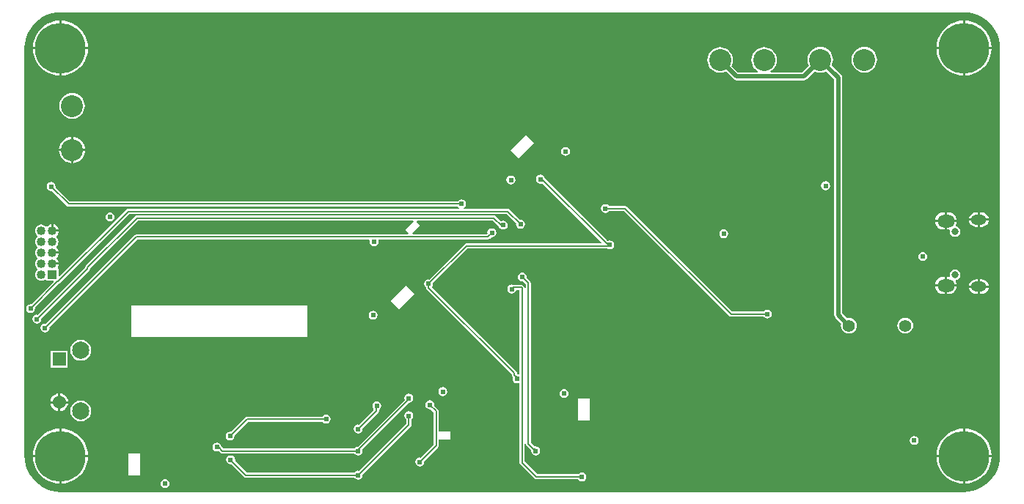
<source format=gbl>
G04*
G04 #@! TF.GenerationSoftware,Altium Limited,Altium Designer,22.9.1 (49)*
G04*
G04 Layer_Physical_Order=4*
G04 Layer_Color=16711680*
%FSLAX44Y44*%
%MOMM*%
G71*
G04*
G04 #@! TF.SameCoordinates,A2259558-2793-4ACD-BA26-FD92625B8348*
G04*
G04*
G04 #@! TF.FilePolarity,Positive*
G04*
G01*
G75*
%ADD102C,1.9954*%
%ADD103C,1.5406*%
%ADD104R,1.5406X1.5406*%
%ADD107C,0.1724*%
%ADD112C,0.5080*%
%ADD113C,5.8420*%
%ADD114C,1.4080*%
%ADD115C,2.5400*%
%ADD116C,1.0160*%
%ADD117R,1.0160X1.0160*%
%ADD118O,2.0000X1.4500*%
%ADD119O,1.8000X1.1500*%
%ADD120C,0.8000*%
%ADD121C,0.6096*%
%ADD122C,1.2700*%
G36*
X1097732Y562719D02*
X1103169Y561638D01*
X1108419Y559856D01*
X1113391Y557404D01*
X1118000Y554324D01*
X1122168Y550668D01*
X1125824Y546500D01*
X1128904Y541891D01*
X1131356Y536919D01*
X1133138Y531669D01*
X1134219Y526232D01*
X1134500Y521951D01*
X1134546Y520700D01*
X1134546Y520700D01*
X1134546Y519452D01*
X1134546Y50800D01*
X1134546Y50800D01*
X1134546D01*
X1134500Y49549D01*
X1134219Y45268D01*
X1133138Y39831D01*
X1131356Y34581D01*
X1128904Y29609D01*
X1125824Y25000D01*
X1122168Y20832D01*
X1118000Y17176D01*
X1113391Y14096D01*
X1108419Y11644D01*
X1103169Y9862D01*
X1097732Y8781D01*
X1092383Y8430D01*
X1092200Y8454D01*
X52058D01*
X52048Y8454D01*
X50800Y8454D01*
X49549Y8500D01*
X45268Y8781D01*
X39831Y9862D01*
X34581Y11644D01*
X29609Y14096D01*
X25000Y17176D01*
X20832Y20832D01*
X17176Y25000D01*
X14096Y29609D01*
X11644Y34581D01*
X9862Y39831D01*
X8781Y45268D01*
X8430Y50617D01*
X8454Y50800D01*
Y519442D01*
X8454Y519452D01*
X8454Y520700D01*
X8500Y521951D01*
X8781Y526232D01*
X9862Y531669D01*
X11644Y536919D01*
X14096Y541891D01*
X17176Y546500D01*
X20832Y550668D01*
X25000Y554324D01*
X29609Y557404D01*
X34581Y559856D01*
X39831Y561638D01*
X45268Y562719D01*
X50617Y563070D01*
X50800Y563046D01*
X1092200D01*
X1092383Y563070D01*
X1097732Y562719D01*
D02*
G37*
%LPC*%
G36*
X1094270Y553248D02*
Y522770D01*
X1124748D01*
X1124456Y526482D01*
X1123289Y531342D01*
X1121377Y535959D01*
X1118766Y540220D01*
X1115520Y544020D01*
X1111720Y547266D01*
X1107459Y549877D01*
X1102842Y551789D01*
X1097982Y552956D01*
X1094270Y553248D01*
D02*
G37*
G36*
X1091730D02*
X1088018Y552956D01*
X1083158Y551789D01*
X1078541Y549877D01*
X1074280Y547266D01*
X1070480Y544020D01*
X1067234Y540220D01*
X1064623Y535959D01*
X1062711Y531342D01*
X1061544Y526482D01*
X1061252Y522770D01*
X1091730D01*
Y553248D01*
D02*
G37*
G36*
X51270D02*
Y522770D01*
X81748D01*
X81456Y526482D01*
X80289Y531342D01*
X78377Y535959D01*
X75766Y540220D01*
X72520Y544020D01*
X68720Y547266D01*
X64459Y549877D01*
X59842Y551789D01*
X54982Y552956D01*
X51270Y553248D01*
D02*
G37*
G36*
X48730D02*
X45018Y552956D01*
X40158Y551789D01*
X35541Y549877D01*
X31280Y547266D01*
X27480Y544020D01*
X24234Y540220D01*
X21623Y535959D01*
X19711Y531342D01*
X18544Y526482D01*
X18252Y522770D01*
X48730D01*
Y553248D01*
D02*
G37*
G36*
X927100Y522803D02*
X924212Y522519D01*
X921435Y521676D01*
X918876Y520308D01*
X916633Y518467D01*
X914791Y516224D01*
X913423Y513665D01*
X912581Y510888D01*
X912297Y508000D01*
X912581Y505112D01*
X913423Y502335D01*
X913918Y501410D01*
X906169Y493662D01*
X869926D01*
X869608Y494932D01*
X870554Y495438D01*
X872797Y497279D01*
X874639Y499522D01*
X876006Y502081D01*
X876849Y504858D01*
X877133Y507746D01*
X876849Y510634D01*
X876006Y513411D01*
X874639Y515970D01*
X872797Y518214D01*
X870554Y520055D01*
X867995Y521423D01*
X865218Y522265D01*
X862330Y522549D01*
X859442Y522265D01*
X856665Y521423D01*
X854106Y520055D01*
X851862Y518214D01*
X850022Y515970D01*
X848653Y513411D01*
X847811Y510634D01*
X847527Y507746D01*
X847811Y504858D01*
X848653Y502081D01*
X850022Y499522D01*
X851862Y497279D01*
X854106Y495438D01*
X855052Y494932D01*
X854734Y493662D01*
X832207D01*
X824712Y501156D01*
X825207Y502081D01*
X826049Y504858D01*
X826333Y507746D01*
X826049Y510634D01*
X825207Y513411D01*
X823839Y515970D01*
X821998Y518214D01*
X819754Y520055D01*
X817195Y521423D01*
X814418Y522265D01*
X811530Y522549D01*
X808642Y522265D01*
X805865Y521423D01*
X803306Y520055D01*
X801062Y518214D01*
X799221Y515970D01*
X797853Y513411D01*
X797011Y510634D01*
X796727Y507746D01*
X797011Y504858D01*
X797853Y502081D01*
X799221Y499522D01*
X801062Y497279D01*
X803306Y495438D01*
X805865Y494070D01*
X808642Y493227D01*
X811530Y492943D01*
X814418Y493227D01*
X817195Y494070D01*
X818120Y494564D01*
X826980Y485704D01*
X828492Y484693D01*
X830276Y484338D01*
X908100D01*
X909884Y484693D01*
X911396Y485704D01*
X920510Y494818D01*
X921435Y494324D01*
X924212Y493481D01*
X927100Y493197D01*
X929988Y493481D01*
X932765Y494324D01*
X933690Y494818D01*
X943338Y485169D01*
Y212780D01*
X943693Y210996D01*
X944704Y209484D01*
X951267Y202920D01*
X950970Y200660D01*
X951282Y198292D01*
X952196Y196085D01*
X953650Y194190D01*
X955545Y192736D01*
X957752Y191821D01*
X960120Y191510D01*
X962488Y191821D01*
X964695Y192736D01*
X966590Y194190D01*
X968044Y196085D01*
X968959Y198292D01*
X969270Y200660D01*
X968959Y203028D01*
X968044Y205235D01*
X966590Y207130D01*
X964695Y208584D01*
X962488Y209499D01*
X960120Y209810D01*
X957860Y209513D01*
X952662Y214711D01*
Y487100D01*
X952307Y488884D01*
X951296Y490396D01*
X940282Y501410D01*
X940777Y502335D01*
X941619Y505112D01*
X941903Y508000D01*
X941619Y510888D01*
X940777Y513665D01*
X939408Y516224D01*
X937568Y518467D01*
X935324Y520308D01*
X932765Y521676D01*
X929988Y522519D01*
X927100Y522803D01*
D02*
G37*
G36*
X977900D02*
X975012Y522519D01*
X972235Y521676D01*
X969676Y520308D01*
X967432Y518467D01*
X965592Y516224D01*
X964223Y513665D01*
X963381Y510888D01*
X963097Y508000D01*
X963381Y505112D01*
X964223Y502335D01*
X965592Y499776D01*
X967432Y497533D01*
X969676Y495691D01*
X972235Y494324D01*
X975012Y493481D01*
X977900Y493197D01*
X980788Y493481D01*
X983565Y494324D01*
X986124Y495691D01*
X988367Y497533D01*
X990209Y499776D01*
X991577Y502335D01*
X992419Y505112D01*
X992703Y508000D01*
X992419Y510888D01*
X991577Y513665D01*
X990209Y516224D01*
X988367Y518467D01*
X986124Y520308D01*
X983565Y521676D01*
X980788Y522519D01*
X977900Y522803D01*
D02*
G37*
G36*
X1124748Y520230D02*
X1094270D01*
Y489752D01*
X1097982Y490044D01*
X1102842Y491211D01*
X1107459Y493123D01*
X1111720Y495734D01*
X1115520Y498980D01*
X1118766Y502780D01*
X1121377Y507041D01*
X1123289Y511658D01*
X1124456Y516518D01*
X1124748Y520230D01*
D02*
G37*
G36*
X1091730D02*
X1061252D01*
X1061544Y516518D01*
X1062711Y511658D01*
X1064623Y507041D01*
X1067234Y502780D01*
X1070480Y498980D01*
X1074280Y495734D01*
X1078541Y493123D01*
X1083158Y491211D01*
X1088018Y490044D01*
X1091730Y489752D01*
Y520230D01*
D02*
G37*
G36*
X81748D02*
X51270D01*
Y489752D01*
X54982Y490044D01*
X59842Y491211D01*
X64459Y493123D01*
X68720Y495734D01*
X72520Y498980D01*
X75766Y502780D01*
X78377Y507041D01*
X80289Y511658D01*
X81456Y516518D01*
X81748Y520230D01*
D02*
G37*
G36*
X48730D02*
X18252D01*
X18544Y516518D01*
X19711Y511658D01*
X21623Y507041D01*
X24234Y502780D01*
X27480Y498980D01*
X31280Y495734D01*
X35541Y493123D01*
X40158Y491211D01*
X45018Y490044D01*
X48730Y489752D01*
Y520230D01*
D02*
G37*
G36*
X63500Y469463D02*
X60612Y469179D01*
X57835Y468336D01*
X55276Y466968D01*
X53032Y465127D01*
X51192Y462884D01*
X49823Y460325D01*
X48981Y457548D01*
X48697Y454660D01*
X48981Y451772D01*
X49823Y448995D01*
X51192Y446436D01*
X53032Y444193D01*
X55276Y442351D01*
X57835Y440984D01*
X60612Y440141D01*
X63500Y439857D01*
X66388Y440141D01*
X69165Y440984D01*
X71724Y442351D01*
X73967Y444193D01*
X75809Y446436D01*
X77176Y448995D01*
X78019Y451772D01*
X78303Y454660D01*
X78019Y457548D01*
X77176Y460325D01*
X75809Y462884D01*
X73967Y465127D01*
X71724Y466968D01*
X69165Y468336D01*
X66388Y469179D01*
X63500Y469463D01*
D02*
G37*
G36*
X64770Y419049D02*
Y405130D01*
X78689D01*
X78520Y406848D01*
X77648Y409720D01*
X76233Y412368D01*
X74328Y414688D01*
X72008Y416593D01*
X69360Y418008D01*
X66488Y418880D01*
X64770Y419049D01*
D02*
G37*
G36*
X62230D02*
X60512Y418880D01*
X57640Y418008D01*
X54992Y416593D01*
X52671Y414688D01*
X50767Y412368D01*
X49352Y409720D01*
X48481Y406848D01*
X48311Y405130D01*
X62230D01*
Y419049D01*
D02*
G37*
G36*
X633000Y407179D02*
X631018Y406785D01*
X629338Y405662D01*
X628215Y403982D01*
X627821Y402000D01*
X628215Y400018D01*
X629338Y398338D01*
X631018Y397215D01*
X633000Y396820D01*
X634982Y397215D01*
X636662Y398338D01*
X637785Y400018D01*
X638180Y402000D01*
X637785Y403982D01*
X636662Y405662D01*
X634982Y406785D01*
X633000Y407179D01*
D02*
G37*
G36*
X587453Y421045D02*
X569493Y403085D01*
X578832Y393745D01*
X596793Y411706D01*
X587453Y421045D01*
D02*
G37*
G36*
X78689Y402590D02*
X64770D01*
Y388671D01*
X66488Y388840D01*
X69360Y389712D01*
X72008Y391127D01*
X74328Y393032D01*
X76233Y395352D01*
X77648Y398000D01*
X78520Y400872D01*
X78689Y402590D01*
D02*
G37*
G36*
X62230D02*
X48311D01*
X48481Y400872D01*
X49352Y398000D01*
X50767Y395352D01*
X52671Y393032D01*
X54992Y391127D01*
X57640Y389712D01*
X60512Y388840D01*
X62230Y388671D01*
Y402590D01*
D02*
G37*
G36*
X570000Y374179D02*
X568018Y373785D01*
X566338Y372663D01*
X565215Y370982D01*
X564821Y369000D01*
X565215Y367018D01*
X566338Y365337D01*
X568018Y364215D01*
X570000Y363820D01*
X571982Y364215D01*
X573662Y365337D01*
X574785Y367018D01*
X575179Y369000D01*
X574785Y370982D01*
X573662Y372663D01*
X571982Y373785D01*
X570000Y374179D01*
D02*
G37*
G36*
X933201Y367579D02*
X931218Y367185D01*
X929538Y366062D01*
X928415Y364382D01*
X928021Y362399D01*
X928415Y360417D01*
X929538Y358737D01*
X931218Y357614D01*
X933201Y357220D01*
X935183Y357614D01*
X936863Y358737D01*
X937986Y360417D01*
X938380Y362399D01*
X937986Y364382D01*
X936863Y366062D01*
X935183Y367185D01*
X933201Y367579D01*
D02*
G37*
G36*
X550392Y328070D02*
X550392Y328070D01*
X138430D01*
X138430Y328070D01*
X137301Y327846D01*
X136344Y327206D01*
X136344Y327206D01*
X78977Y269840D01*
X78337Y268882D01*
X78113Y267753D01*
X78113Y267753D01*
Y267705D01*
X23700Y213293D01*
X22860Y213459D01*
X20878Y213065D01*
X19197Y211943D01*
X18075Y210262D01*
X17680Y208280D01*
X18075Y206298D01*
X19197Y204618D01*
X20878Y203495D01*
X22860Y203100D01*
X24842Y203495D01*
X26523Y204618D01*
X27645Y206298D01*
X28040Y208280D01*
X27873Y209120D01*
X83150Y264397D01*
X83150Y264397D01*
X83789Y265354D01*
X84014Y266483D01*
X84014Y266483D01*
Y266531D01*
X139652Y322169D01*
X457195D01*
X457681Y320996D01*
X448078Y311394D01*
X451818Y307654D01*
X451332Y306481D01*
X137833D01*
X136704Y306256D01*
X135746Y305616D01*
X135746Y305616D01*
X33175Y203045D01*
X32335Y203212D01*
X30353Y202817D01*
X28672Y201695D01*
X27550Y200014D01*
X27155Y198032D01*
X27550Y196050D01*
X28672Y194370D01*
X30353Y193247D01*
X32335Y192853D01*
X34317Y193247D01*
X35997Y194370D01*
X37120Y196050D01*
X37514Y198032D01*
X37347Y198872D01*
X139055Y300579D01*
X406478D01*
X407163Y299310D01*
X406820Y297588D01*
X407215Y295606D01*
X408338Y293926D01*
X410018Y292803D01*
X412000Y292409D01*
X413982Y292803D01*
X415662Y293926D01*
X416785Y295606D01*
X417179Y297588D01*
X416837Y299310D01*
X417522Y300579D01*
X543530D01*
X543530Y300579D01*
X544659Y300804D01*
X545616Y301444D01*
X547160Y302987D01*
X548000Y302820D01*
X549982Y303215D01*
X551662Y304338D01*
X552785Y306018D01*
X553180Y308000D01*
X552785Y309982D01*
X551662Y311663D01*
X549982Y312785D01*
X548000Y313179D01*
X546018Y312785D01*
X544338Y311663D01*
X543215Y309982D01*
X542821Y308000D01*
X542921Y307497D01*
X542030Y306481D01*
X456987D01*
X456501Y307654D01*
X465467Y316620D01*
X461201Y320900D01*
X461728Y322169D01*
X549169D01*
X556175Y315164D01*
X556224Y314915D01*
X557347Y313235D01*
X559027Y312112D01*
X561009Y311718D01*
X562992Y312112D01*
X564672Y313235D01*
X565795Y314915D01*
X566189Y316897D01*
X565795Y318879D01*
X564672Y320560D01*
X562992Y321682D01*
X561009Y322077D01*
X559027Y321682D01*
X558413Y321272D01*
X552478Y327206D01*
X551521Y327846D01*
X551333Y327883D01*
X550392Y328070D01*
D02*
G37*
G36*
X1113340Y331591D02*
X1111360D01*
Y324500D01*
X1121534D01*
X1121417Y325394D01*
X1120581Y327411D01*
X1119252Y329142D01*
X1117521Y330471D01*
X1115504Y331307D01*
X1113340Y331591D01*
D02*
G37*
G36*
X1108820D02*
X1106840D01*
X1104676Y331307D01*
X1102659Y330471D01*
X1100928Y329142D01*
X1099599Y327411D01*
X1098763Y325394D01*
X1098646Y324500D01*
X1108820D01*
Y331591D01*
D02*
G37*
G36*
X1074840Y331604D02*
X1073360D01*
Y323000D01*
X1084547D01*
X1084378Y324286D01*
X1083392Y326667D01*
X1081822Y328712D01*
X1079777Y330281D01*
X1077396Y331268D01*
X1074840Y331604D01*
D02*
G37*
G36*
X1070820D02*
X1069340D01*
X1066784Y331268D01*
X1064403Y330281D01*
X1062358Y328712D01*
X1060788Y326667D01*
X1059802Y324286D01*
X1059633Y323000D01*
X1070820D01*
Y331604D01*
D02*
G37*
G36*
X107263Y331666D02*
X105281Y331272D01*
X103601Y330149D01*
X102478Y328469D01*
X102084Y326487D01*
X102478Y324504D01*
X103601Y322824D01*
X105281Y321701D01*
X107263Y321307D01*
X109246Y321701D01*
X110926Y322824D01*
X112049Y324504D01*
X112443Y326487D01*
X112049Y328469D01*
X110926Y330149D01*
X109246Y331272D01*
X107263Y331666D01*
D02*
G37*
G36*
X1121534Y321960D02*
X1111360D01*
Y314869D01*
X1113340D01*
X1115504Y315153D01*
X1117521Y315989D01*
X1119252Y317318D01*
X1120581Y319049D01*
X1121417Y321066D01*
X1121534Y321960D01*
D02*
G37*
G36*
X1108820D02*
X1098646D01*
X1098763Y321066D01*
X1099599Y319049D01*
X1100928Y317318D01*
X1102659Y315989D01*
X1104676Y315153D01*
X1106840Y314869D01*
X1108820D01*
Y321960D01*
D02*
G37*
G36*
X39250Y366679D02*
X37268Y366285D01*
X35587Y365163D01*
X34465Y363482D01*
X34070Y361500D01*
X34465Y359518D01*
X35587Y357837D01*
X37268Y356715D01*
X39250Y356320D01*
X40090Y356488D01*
X57359Y339218D01*
X57359Y339218D01*
X58317Y338578D01*
X59446Y338354D01*
X508862D01*
X509338Y337642D01*
X510357Y336960D01*
X509972Y335690D01*
X128044D01*
X126915Y335466D01*
X125958Y334826D01*
X125958Y334826D01*
X48925Y257794D01*
X47752Y258280D01*
Y266700D01*
X47558D01*
X46932Y267970D01*
X47296Y268445D01*
X48064Y270299D01*
X48159Y271018D01*
X40640D01*
Y273558D01*
X48159D01*
X48064Y274277D01*
X47296Y276131D01*
X46075Y277723D01*
X45709Y278003D01*
Y279273D01*
X46075Y279553D01*
X47296Y281145D01*
X48064Y282999D01*
X48159Y283718D01*
X40640D01*
Y286258D01*
X48159D01*
X48064Y286977D01*
X47296Y288831D01*
X46075Y290423D01*
X45508Y290858D01*
Y292459D01*
X45712Y292616D01*
X46852Y294101D01*
X47569Y295831D01*
X47813Y297688D01*
X47569Y299545D01*
X46852Y301275D01*
X45712Y302760D01*
X45508Y302917D01*
Y304518D01*
X46075Y304953D01*
X47296Y306545D01*
X48064Y308399D01*
X48159Y309118D01*
X40640D01*
Y310388D01*
X39370D01*
Y317907D01*
X38651Y317812D01*
X36797Y317044D01*
X35205Y315823D01*
X34770Y315256D01*
X33169D01*
X33012Y315460D01*
X31527Y316600D01*
X29797Y317317D01*
X27940Y317561D01*
X26083Y317317D01*
X24353Y316600D01*
X22868Y315460D01*
X21728Y313975D01*
X21011Y312245D01*
X20767Y310388D01*
X21011Y308531D01*
X21728Y306801D01*
X22868Y305316D01*
X23490Y304838D01*
Y303238D01*
X22868Y302760D01*
X21728Y301275D01*
X21011Y299545D01*
X20767Y297688D01*
X21011Y295831D01*
X21728Y294101D01*
X22868Y292616D01*
X23490Y292138D01*
Y290538D01*
X22868Y290060D01*
X21728Y288575D01*
X21011Y286845D01*
X20767Y284988D01*
X21011Y283131D01*
X21728Y281401D01*
X22868Y279916D01*
X23490Y279438D01*
Y277838D01*
X22868Y277360D01*
X21728Y275875D01*
X21011Y274145D01*
X20767Y272288D01*
X21011Y270431D01*
X21728Y268701D01*
X22868Y267216D01*
X23490Y266738D01*
Y265138D01*
X22868Y264660D01*
X21728Y263175D01*
X21011Y261445D01*
X20767Y259588D01*
X21011Y257731D01*
X21728Y256001D01*
X22868Y254516D01*
X24353Y253376D01*
X26083Y252659D01*
X27940Y252415D01*
X29797Y252659D01*
X31527Y253376D01*
X32258Y253937D01*
X33528Y253311D01*
Y252476D01*
X41757D01*
X42243Y251303D01*
X16375Y225435D01*
X15535Y225602D01*
X13553Y225207D01*
X11872Y224085D01*
X10749Y222404D01*
X10355Y220422D01*
X10749Y218440D01*
X11872Y216760D01*
X13553Y215637D01*
X15535Y215243D01*
X17517Y215637D01*
X19197Y216760D01*
X20320Y218440D01*
X20714Y220422D01*
X20547Y221262D01*
X48427Y249142D01*
X49005Y249528D01*
X129267Y329790D01*
X565038D01*
X575988Y318840D01*
X575821Y318000D01*
X576215Y316018D01*
X577337Y314338D01*
X579018Y313215D01*
X581000Y312820D01*
X582982Y313215D01*
X584663Y314338D01*
X585785Y316018D01*
X586180Y318000D01*
X585785Y319982D01*
X584663Y321662D01*
X582982Y322785D01*
X581000Y323180D01*
X580160Y323012D01*
X568346Y334826D01*
X567389Y335466D01*
X566260Y335690D01*
X566260Y335690D01*
X516028D01*
X515643Y336960D01*
X516662Y337642D01*
X517785Y339322D01*
X518180Y341304D01*
X517785Y343286D01*
X516662Y344967D01*
X514982Y346090D01*
X513000Y346484D01*
X511018Y346090D01*
X509338Y344967D01*
X508862Y344255D01*
X60668D01*
X44262Y360660D01*
X44429Y361500D01*
X44035Y363482D01*
X42913Y365163D01*
X41232Y366285D01*
X39250Y366679D01*
D02*
G37*
G36*
X1070820Y320460D02*
X1059633D01*
X1059802Y319174D01*
X1060788Y316793D01*
X1062358Y314748D01*
X1064403Y313178D01*
X1066784Y312192D01*
X1069340Y311856D01*
X1070820D01*
Y320460D01*
D02*
G37*
G36*
X41910Y317907D02*
Y311658D01*
X48159D01*
X48064Y312377D01*
X47296Y314231D01*
X46075Y315823D01*
X44483Y317044D01*
X42629Y317812D01*
X41910Y317907D01*
D02*
G37*
G36*
X1084547Y320460D02*
X1073360D01*
Y311856D01*
X1074840D01*
X1075638Y311961D01*
X1076706Y310820D01*
X1076440Y309480D01*
X1076908Y307126D01*
X1078241Y305131D01*
X1080236Y303798D01*
X1082590Y303330D01*
X1084944Y303798D01*
X1086939Y305131D01*
X1088272Y307126D01*
X1088740Y309480D01*
X1088272Y311834D01*
X1086939Y313829D01*
X1084944Y315162D01*
X1083900Y315369D01*
X1083373Y316769D01*
X1083392Y316793D01*
X1084378Y319174D01*
X1084547Y320460D01*
D02*
G37*
G36*
X815750Y312180D02*
X813768Y311785D01*
X812087Y310662D01*
X810965Y308982D01*
X810571Y307000D01*
X810965Y305018D01*
X812087Y303337D01*
X813768Y302215D01*
X815750Y301821D01*
X817732Y302215D01*
X819413Y303337D01*
X820535Y305018D01*
X820929Y307000D01*
X820535Y308982D01*
X819413Y310662D01*
X817732Y311785D01*
X815750Y312180D01*
D02*
G37*
G36*
X604000Y375179D02*
X602018Y374785D01*
X600337Y373662D01*
X599215Y371982D01*
X598820Y370000D01*
X599215Y368018D01*
X600337Y366338D01*
X602018Y365215D01*
X604000Y364821D01*
X605982Y365215D01*
X606360Y365467D01*
X674704Y297124D01*
X674218Y295951D01*
X519000D01*
X519000Y295951D01*
X517871Y295726D01*
X516914Y295086D01*
X516914Y295086D01*
X475840Y254013D01*
X475000Y254179D01*
X473018Y253785D01*
X471338Y252663D01*
X470215Y250982D01*
X469821Y249000D01*
X470215Y247018D01*
X471338Y245338D01*
X472187Y244770D01*
Y244618D01*
X472187Y244618D01*
X472412Y243489D01*
X473052Y242532D01*
X571090Y144493D01*
Y143512D01*
X571090Y143512D01*
X571315Y142383D01*
X571954Y141426D01*
X572124Y141256D01*
X571761Y139429D01*
X572155Y137447D01*
X573278Y135767D01*
X574958Y134644D01*
X576940Y134250D01*
X578661Y134592D01*
X579931Y133907D01*
Y42368D01*
X579931Y42368D01*
X580156Y41239D01*
X580796Y40282D01*
X597164Y23914D01*
X597164Y23914D01*
X598121Y23274D01*
X599250Y23049D01*
X599250Y23049D01*
X647862D01*
X648337Y22338D01*
X650018Y21215D01*
X652000Y20821D01*
X653982Y21215D01*
X655663Y22338D01*
X656785Y24018D01*
X657179Y26000D01*
X656785Y27982D01*
X655663Y29662D01*
X653982Y30785D01*
X652000Y31179D01*
X650018Y30785D01*
X648337Y29662D01*
X647862Y28951D01*
X600472D01*
X585832Y43590D01*
Y64013D01*
X587102Y64138D01*
X587274Y63275D01*
X587914Y62318D01*
X593511Y56720D01*
X593344Y55880D01*
X593739Y53898D01*
X594861Y52217D01*
X596542Y51095D01*
X598524Y50700D01*
X600506Y51095D01*
X602186Y52217D01*
X603309Y53898D01*
X603703Y55880D01*
X603309Y57862D01*
X602186Y59542D01*
X600506Y60665D01*
X599877Y60790D01*
X599653Y60940D01*
X598524Y61165D01*
X597412D01*
X592951Y65626D01*
Y250000D01*
X592951Y250000D01*
X592726Y251129D01*
X592086Y252086D01*
X592086Y252086D01*
X588013Y256160D01*
X588180Y257000D01*
X587785Y258982D01*
X586662Y260662D01*
X584982Y261785D01*
X583000Y262180D01*
X581018Y261785D01*
X579338Y260662D01*
X578215Y258982D01*
X577821Y257000D01*
X578215Y255018D01*
X579338Y253337D01*
X581018Y252215D01*
X583000Y251821D01*
X583840Y251987D01*
X587049Y248778D01*
Y244499D01*
X585779Y244374D01*
X585608Y245238D01*
X584968Y246195D01*
X583959Y247204D01*
X583001Y247844D01*
X581872Y248069D01*
X581872Y248069D01*
X579535D01*
X579535Y248069D01*
X579445Y248051D01*
X573100D01*
X573100Y248051D01*
X572374Y247906D01*
X571000Y248179D01*
X569018Y247785D01*
X567337Y246663D01*
X566215Y244982D01*
X565821Y243000D01*
X566215Y241018D01*
X567337Y239338D01*
X569018Y238215D01*
X571000Y237820D01*
X572982Y238215D01*
X574663Y239338D01*
X575785Y241018D01*
X576010Y242150D01*
X579517D01*
X579518Y242150D01*
X579931Y240973D01*
Y144951D01*
X578661Y144266D01*
X577160Y144565D01*
X576991Y144734D01*
Y145715D01*
X576767Y146845D01*
X576127Y147802D01*
X576127Y147802D01*
X478656Y245273D01*
X478662Y245338D01*
X479785Y247018D01*
X480179Y249000D01*
X480013Y249840D01*
X520222Y290049D01*
X680769D01*
X682018Y289215D01*
X684000Y288820D01*
X685982Y289215D01*
X687663Y290338D01*
X688785Y292018D01*
X689180Y294000D01*
X688785Y295982D01*
X687663Y297663D01*
X685982Y298785D01*
X684000Y299179D01*
X682018Y298785D01*
X681640Y298533D01*
X608933Y371240D01*
X608785Y371982D01*
X607663Y373662D01*
X605982Y374785D01*
X604000Y375179D01*
D02*
G37*
G36*
X1045250Y286012D02*
X1043268Y285618D01*
X1041588Y284495D01*
X1040465Y282815D01*
X1040070Y280833D01*
X1040465Y278851D01*
X1041588Y277170D01*
X1043268Y276048D01*
X1045250Y275653D01*
X1047232Y276048D01*
X1048913Y277170D01*
X1050035Y278851D01*
X1050430Y280833D01*
X1050035Y282815D01*
X1048913Y284495D01*
X1047232Y285618D01*
X1045250Y286012D01*
D02*
G37*
G36*
X1082590Y265630D02*
X1080236Y265162D01*
X1078241Y263829D01*
X1076908Y261834D01*
X1076440Y259480D01*
X1076706Y258140D01*
X1075638Y256999D01*
X1074840Y257104D01*
X1073360D01*
Y248500D01*
X1084547D01*
X1084378Y249786D01*
X1083392Y252167D01*
X1083373Y252191D01*
X1083900Y253591D01*
X1084944Y253798D01*
X1086939Y255131D01*
X1088272Y257126D01*
X1088740Y259480D01*
X1088272Y261834D01*
X1086939Y263829D01*
X1084944Y265162D01*
X1082590Y265630D01*
D02*
G37*
G36*
X1070820Y257104D02*
X1069340D01*
X1066784Y256768D01*
X1064403Y255782D01*
X1062358Y254212D01*
X1060788Y252167D01*
X1059802Y249786D01*
X1059633Y248500D01*
X1070820D01*
Y257104D01*
D02*
G37*
G36*
X1113340Y254091D02*
X1111360D01*
Y247000D01*
X1121534D01*
X1121417Y247894D01*
X1120581Y249911D01*
X1119252Y251642D01*
X1117521Y252971D01*
X1115504Y253807D01*
X1113340Y254091D01*
D02*
G37*
G36*
X1108820D02*
X1106840D01*
X1104676Y253807D01*
X1102659Y252971D01*
X1100928Y251642D01*
X1099599Y249911D01*
X1098763Y247894D01*
X1098646Y247000D01*
X1108820D01*
Y254091D01*
D02*
G37*
G36*
X1121534Y244460D02*
X1111360D01*
Y237369D01*
X1113340D01*
X1115504Y237653D01*
X1117521Y238489D01*
X1119252Y239818D01*
X1120581Y241549D01*
X1121417Y243566D01*
X1121534Y244460D01*
D02*
G37*
G36*
X1108820D02*
X1098646D01*
X1098763Y243566D01*
X1099599Y241549D01*
X1100928Y239818D01*
X1102659Y238489D01*
X1104676Y237653D01*
X1106840Y237369D01*
X1108820D01*
Y244460D01*
D02*
G37*
G36*
X1084547Y245960D02*
X1073360D01*
Y237355D01*
X1074840D01*
X1077396Y237692D01*
X1079777Y238678D01*
X1081822Y240248D01*
X1083392Y242293D01*
X1084378Y244674D01*
X1084547Y245960D01*
D02*
G37*
G36*
X1070820D02*
X1059633D01*
X1059802Y244674D01*
X1060788Y242293D01*
X1062358Y240248D01*
X1064403Y238678D01*
X1066784Y237692D01*
X1069340Y237355D01*
X1070820D01*
Y245960D01*
D02*
G37*
G36*
X449066Y246654D02*
X431105Y228693D01*
X440445Y219354D01*
X458405Y237314D01*
X449066Y246654D01*
D02*
G37*
G36*
X679000Y341180D02*
X677018Y340785D01*
X675338Y339663D01*
X674215Y337982D01*
X673820Y336000D01*
X674215Y334018D01*
X675338Y332337D01*
X677018Y331215D01*
X679000Y330821D01*
X680982Y331215D01*
X682663Y332337D01*
X683138Y333050D01*
X700778D01*
X821914Y211914D01*
X821914Y211914D01*
X822871Y211274D01*
X824000Y211049D01*
X861862D01*
X862337Y210338D01*
X864018Y209215D01*
X866000Y208820D01*
X867982Y209215D01*
X869662Y210338D01*
X870785Y212018D01*
X871180Y214000D01*
X870785Y215982D01*
X869662Y217663D01*
X867982Y218785D01*
X866000Y219179D01*
X864018Y218785D01*
X862337Y217663D01*
X861862Y216950D01*
X825222D01*
X704086Y338086D01*
X703129Y338726D01*
X702000Y338951D01*
X702000Y338951D01*
X683138D01*
X682663Y339663D01*
X680982Y340785D01*
X679000Y341180D01*
D02*
G37*
G36*
X411000Y217929D02*
X409018Y217535D01*
X407337Y216413D01*
X406215Y214732D01*
X405821Y212750D01*
X406215Y210768D01*
X407337Y209088D01*
X409018Y207965D01*
X411000Y207570D01*
X412982Y207965D01*
X414663Y209088D01*
X415785Y210768D01*
X416180Y212750D01*
X415785Y214732D01*
X414663Y216413D01*
X412982Y217535D01*
X411000Y217929D01*
D02*
G37*
G36*
X1025120Y209810D02*
X1022752Y209499D01*
X1020545Y208584D01*
X1018650Y207130D01*
X1017196Y205235D01*
X1016282Y203028D01*
X1015970Y200660D01*
X1016282Y198292D01*
X1017196Y196085D01*
X1018650Y194190D01*
X1020545Y192736D01*
X1022752Y191821D01*
X1025120Y191510D01*
X1027488Y191821D01*
X1029695Y192736D01*
X1031590Y194190D01*
X1033044Y196085D01*
X1033959Y198292D01*
X1034270Y200660D01*
X1033959Y203028D01*
X1033044Y205235D01*
X1031590Y207130D01*
X1029695Y208584D01*
X1027488Y209499D01*
X1025120Y209810D01*
D02*
G37*
G36*
X335280Y223682D02*
X132080D01*
Y187960D01*
X335280D01*
Y223682D01*
D02*
G37*
G36*
X73533Y184325D02*
X70398Y183912D01*
X67477Y182702D01*
X64968Y180777D01*
X63043Y178268D01*
X61833Y175347D01*
X61420Y172212D01*
X61833Y169077D01*
X63043Y166156D01*
X64968Y163647D01*
X67477Y161722D01*
X70398Y160512D01*
X73533Y160099D01*
X76668Y160512D01*
X79589Y161722D01*
X82098Y163647D01*
X84023Y166156D01*
X85233Y169077D01*
X85646Y172212D01*
X85233Y175347D01*
X84023Y178268D01*
X82098Y180777D01*
X79589Y182702D01*
X76668Y183912D01*
X73533Y184325D01*
D02*
G37*
G36*
X58376Y171914D02*
X38906D01*
Y152444D01*
X58376D01*
Y171914D01*
D02*
G37*
G36*
X491490Y129640D02*
X489508Y129245D01*
X487827Y128123D01*
X486705Y126442D01*
X486311Y124460D01*
X486705Y122478D01*
X487827Y120798D01*
X489508Y119675D01*
X491490Y119281D01*
X493472Y119675D01*
X495153Y120798D01*
X496275Y122478D01*
X496670Y124460D01*
X496275Y126442D01*
X495153Y128123D01*
X493472Y129245D01*
X491490Y129640D01*
D02*
G37*
G36*
X631250Y127680D02*
X629268Y127285D01*
X627588Y126163D01*
X626465Y124482D01*
X626071Y122500D01*
X626465Y120518D01*
X627588Y118837D01*
X629268Y117715D01*
X631250Y117320D01*
X633232Y117715D01*
X634912Y118837D01*
X636035Y120518D01*
X636429Y122500D01*
X636035Y124482D01*
X634912Y126163D01*
X633232Y127285D01*
X631250Y127680D01*
D02*
G37*
G36*
X49911Y122305D02*
Y113411D01*
X58805D01*
X58620Y114815D01*
X57588Y117307D01*
X55946Y119446D01*
X53807Y121088D01*
X51315Y122120D01*
X49911Y122305D01*
D02*
G37*
G36*
X47371D02*
X45967Y122120D01*
X43475Y121088D01*
X41336Y119446D01*
X39694Y117307D01*
X38662Y114815D01*
X38477Y113411D01*
X47371D01*
Y122305D01*
D02*
G37*
G36*
X58805Y110871D02*
X49911D01*
Y101977D01*
X51315Y102162D01*
X53807Y103194D01*
X55946Y104836D01*
X57588Y106975D01*
X58620Y109467D01*
X58805Y110871D01*
D02*
G37*
G36*
X47371D02*
X38477D01*
X38662Y109467D01*
X39694Y106975D01*
X41336Y104836D01*
X43475Y103194D01*
X45967Y102162D01*
X47371Y101977D01*
Y110871D01*
D02*
G37*
G36*
X356870Y97889D02*
X354888Y97495D01*
X353208Y96372D01*
X352732Y95660D01*
X265534D01*
X265534Y95660D01*
X264405Y95436D01*
X263448Y94796D01*
X263448Y94796D01*
X246712Y78060D01*
X245872Y78228D01*
X243890Y77833D01*
X242209Y76711D01*
X241087Y75030D01*
X240693Y73048D01*
X241087Y71066D01*
X242209Y69385D01*
X243890Y68263D01*
X245872Y67868D01*
X247854Y68263D01*
X249534Y69385D01*
X250657Y71066D01*
X251052Y73048D01*
X250884Y73888D01*
X266756Y89760D01*
X352732D01*
X353208Y89047D01*
X354888Y87925D01*
X356870Y87530D01*
X358852Y87925D01*
X360532Y89047D01*
X361655Y90728D01*
X362049Y92710D01*
X361655Y94692D01*
X360532Y96372D01*
X358852Y97495D01*
X356870Y97889D01*
D02*
G37*
G36*
X660604Y116200D02*
X647396D01*
Y90800D01*
X660604D01*
Y116200D01*
D02*
G37*
G36*
X73533Y114221D02*
X70398Y113808D01*
X67477Y112598D01*
X64968Y110673D01*
X63043Y108164D01*
X61833Y105243D01*
X61420Y102108D01*
X61833Y98973D01*
X63043Y96052D01*
X64968Y93543D01*
X67477Y91618D01*
X70398Y90408D01*
X73533Y89995D01*
X76668Y90408D01*
X79589Y91618D01*
X82098Y93543D01*
X84023Y96052D01*
X85233Y98973D01*
X85646Y102108D01*
X85233Y105243D01*
X84023Y108164D01*
X82098Y110673D01*
X79589Y112598D01*
X76668Y113808D01*
X73533Y114221D01*
D02*
G37*
G36*
X415191Y113130D02*
X413208Y112735D01*
X411528Y111613D01*
X410405Y109932D01*
X410011Y107950D01*
X410405Y105968D01*
X411528Y104288D01*
X411269Y103022D01*
X394540Y86292D01*
X393700Y86460D01*
X391718Y86065D01*
X390037Y84943D01*
X388915Y83262D01*
X388521Y81280D01*
X388915Y79298D01*
X390037Y77618D01*
X391718Y76495D01*
X393700Y76101D01*
X395682Y76495D01*
X397363Y77618D01*
X398485Y79298D01*
X398880Y81280D01*
X398713Y82120D01*
X416823Y100230D01*
X416823Y100230D01*
X417463Y101188D01*
X417687Y102317D01*
Y103509D01*
X418853Y104288D01*
X419976Y105968D01*
X420370Y107950D01*
X419976Y109932D01*
X418853Y111613D01*
X417173Y112735D01*
X415191Y113130D01*
D02*
G37*
G36*
X1035500Y73179D02*
X1033518Y72785D01*
X1031837Y71663D01*
X1030715Y69982D01*
X1030321Y68000D01*
X1030715Y66018D01*
X1031837Y64338D01*
X1033518Y63215D01*
X1035500Y62821D01*
X1037482Y63215D01*
X1039163Y64338D01*
X1040285Y66018D01*
X1040679Y68000D01*
X1040285Y69982D01*
X1039163Y71663D01*
X1037482Y72785D01*
X1035500Y73179D01*
D02*
G37*
G36*
X452120Y122020D02*
X450138Y121625D01*
X448457Y120503D01*
X447335Y118822D01*
X446940Y116840D01*
X447318Y114941D01*
X393372Y60994D01*
X391718Y60665D01*
X390037Y59542D01*
X389562Y58830D01*
X238352D01*
X235557Y61625D01*
X235417Y62330D01*
X234294Y64011D01*
X232614Y65133D01*
X230632Y65528D01*
X228650Y65133D01*
X226970Y64011D01*
X225847Y62330D01*
X225452Y60348D01*
X225847Y58366D01*
X226970Y56686D01*
X228650Y55563D01*
X230632Y55168D01*
X232614Y55563D01*
X233010Y55827D01*
X235044Y53794D01*
X235044Y53794D01*
X236001Y53154D01*
X237130Y52930D01*
X237130Y52930D01*
X389562D01*
X390037Y52217D01*
X391718Y51095D01*
X393700Y50700D01*
X395682Y51095D01*
X397363Y52217D01*
X398485Y53898D01*
X398880Y55880D01*
X398502Y57779D01*
X452448Y111726D01*
X454102Y112055D01*
X455783Y113177D01*
X456905Y114858D01*
X457299Y116840D01*
X456905Y118822D01*
X455783Y120503D01*
X454102Y121625D01*
X452120Y122020D01*
D02*
G37*
G36*
X1094270Y81748D02*
Y51270D01*
X1124748D01*
X1124456Y54982D01*
X1123289Y59842D01*
X1121377Y64459D01*
X1118766Y68720D01*
X1115520Y72520D01*
X1111720Y75766D01*
X1107459Y78377D01*
X1102842Y80289D01*
X1097982Y81456D01*
X1094270Y81748D01*
D02*
G37*
G36*
X1091730D02*
X1088018Y81456D01*
X1083158Y80289D01*
X1078541Y78377D01*
X1074280Y75766D01*
X1070480Y72520D01*
X1067234Y68720D01*
X1064623Y64459D01*
X1062711Y59842D01*
X1061544Y54982D01*
X1061252Y51270D01*
X1091730D01*
Y81748D01*
D02*
G37*
G36*
X51270D02*
Y51270D01*
X81748D01*
X81456Y54982D01*
X80289Y59842D01*
X78377Y64459D01*
X75766Y68720D01*
X72520Y72520D01*
X68720Y75766D01*
X64459Y78377D01*
X59842Y80289D01*
X54982Y81456D01*
X51270Y81748D01*
D02*
G37*
G36*
X48730D02*
X45018Y81456D01*
X40158Y80289D01*
X35541Y78377D01*
X31280Y75766D01*
X27480Y72520D01*
X24234Y68720D01*
X21623Y64459D01*
X19711Y59842D01*
X18544Y54982D01*
X18252Y51270D01*
X48730D01*
Y81748D01*
D02*
G37*
G36*
X476378Y114399D02*
X474395Y114005D01*
X472715Y112882D01*
X471592Y111202D01*
X471198Y109220D01*
X471592Y107238D01*
X472715Y105557D01*
X474395Y104435D01*
X476378Y104040D01*
X477164Y104197D01*
X480919Y100442D01*
Y63452D01*
X465660Y48193D01*
X464820Y48359D01*
X462838Y47965D01*
X461157Y46842D01*
X460035Y45162D01*
X459641Y43180D01*
X460035Y41198D01*
X461157Y39518D01*
X462838Y38395D01*
X464820Y38001D01*
X466802Y38395D01*
X468483Y39518D01*
X469605Y41198D01*
X470000Y43180D01*
X469832Y44020D01*
X485956Y60144D01*
X485956Y60144D01*
X486596Y61101D01*
X486820Y62230D01*
X486820Y62230D01*
Y69360D01*
X499970D01*
Y77960D01*
X486820D01*
Y101664D01*
X486820Y101664D01*
X486596Y102793D01*
X485956Y103750D01*
X485956Y103750D01*
X481380Y108327D01*
X481557Y109220D01*
X481163Y111202D01*
X480040Y112882D01*
X478360Y114005D01*
X476378Y114399D01*
D02*
G37*
G36*
X452120Y101699D02*
X450138Y101305D01*
X448457Y100183D01*
X447335Y98502D01*
X446940Y96520D01*
X447335Y94538D01*
X448457Y92858D01*
X449170Y92382D01*
Y87582D01*
X394540Y32952D01*
X393700Y33119D01*
X391718Y32725D01*
X390037Y31602D01*
X389562Y30891D01*
X265382D01*
X251505Y44767D01*
X251672Y45607D01*
X251278Y47590D01*
X250155Y49270D01*
X248475Y50393D01*
X246493Y50787D01*
X244510Y50393D01*
X242830Y49270D01*
X241707Y47590D01*
X241313Y45607D01*
X241707Y43625D01*
X242830Y41945D01*
X244510Y40822D01*
X246493Y40428D01*
X247332Y40595D01*
X262074Y25854D01*
X262074Y25854D01*
X263031Y25214D01*
X264160Y24990D01*
X389562D01*
X390037Y24278D01*
X391718Y23155D01*
X393700Y22761D01*
X395682Y23155D01*
X397363Y24278D01*
X398485Y25958D01*
X398880Y27940D01*
X398713Y28780D01*
X454206Y84274D01*
X454206Y84274D01*
X454846Y85231D01*
X455070Y86360D01*
X455070Y86360D01*
Y92382D01*
X455783Y92858D01*
X456905Y94538D01*
X457299Y96520D01*
X456905Y98502D01*
X455783Y100183D01*
X454102Y101305D01*
X452120Y101699D01*
D02*
G37*
G36*
X141780Y53080D02*
X128572D01*
Y27680D01*
X141780D01*
Y53080D01*
D02*
G37*
G36*
X1124748Y48730D02*
X1094270D01*
Y18252D01*
X1097982Y18544D01*
X1102842Y19711D01*
X1107459Y21623D01*
X1111720Y24234D01*
X1115520Y27480D01*
X1118766Y31280D01*
X1121377Y35541D01*
X1123289Y40158D01*
X1124456Y45018D01*
X1124748Y48730D01*
D02*
G37*
G36*
X1091730D02*
X1061252D01*
X1061544Y45018D01*
X1062711Y40158D01*
X1064623Y35541D01*
X1067234Y31280D01*
X1070480Y27480D01*
X1074280Y24234D01*
X1078541Y21623D01*
X1083158Y19711D01*
X1088018Y18544D01*
X1091730Y18252D01*
Y48730D01*
D02*
G37*
G36*
X81748D02*
X51270D01*
Y18252D01*
X54982Y18544D01*
X59842Y19711D01*
X64459Y21623D01*
X68720Y24234D01*
X72520Y27480D01*
X75766Y31280D01*
X78377Y35541D01*
X80289Y40158D01*
X81456Y45018D01*
X81748Y48730D01*
D02*
G37*
G36*
X48730D02*
X18252D01*
X18544Y45018D01*
X19711Y40158D01*
X21623Y35541D01*
X24234Y31280D01*
X27480Y27480D01*
X31280Y24234D01*
X35541Y21623D01*
X40158Y19711D01*
X45018Y18544D01*
X48730Y18252D01*
Y48730D01*
D02*
G37*
G36*
X170750Y23430D02*
X168768Y23035D01*
X167087Y21913D01*
X165965Y20232D01*
X165571Y18250D01*
X165965Y16268D01*
X167087Y14588D01*
X168768Y13465D01*
X170750Y13070D01*
X172732Y13465D01*
X174412Y14588D01*
X175535Y16268D01*
X175930Y18250D01*
X175535Y20232D01*
X174412Y21913D01*
X172732Y23035D01*
X170750Y23430D01*
D02*
G37*
%LPD*%
D102*
X73533Y102108D02*
D03*
Y172212D02*
D03*
D103*
X48641Y112141D02*
D03*
D104*
Y162179D02*
D03*
D107*
X414737Y102317D02*
Y107496D01*
X415191Y107950D01*
X393700Y81280D02*
X414737Y102317D01*
X475138Y244618D02*
Y248862D01*
X475000Y249000D02*
X475138Y248862D01*
Y244618D02*
X574041Y145715D01*
Y143512D02*
X576940Y140612D01*
Y139429D02*
Y140612D01*
X579535Y245118D02*
X581872D01*
X582882Y244108D01*
X574041Y143512D02*
Y145715D01*
X582882Y42368D02*
X599250Y26000D01*
X582882Y42368D02*
Y244108D01*
X393700Y57150D02*
X452120Y115570D01*
Y86360D02*
Y96520D01*
Y115570D02*
Y116840D01*
X393700Y55880D02*
Y57150D01*
X22860Y208280D02*
X81063Y266483D01*
Y267753D02*
X138430Y325120D01*
X81063Y266483D02*
Y267753D01*
X138430Y325120D02*
X550392D01*
X32335Y198032D02*
X137833Y303530D01*
X543530D01*
X550392Y325120D02*
X558614Y316897D01*
X46919Y251614D02*
X128044Y332740D01*
X566260D02*
X581000Y318000D01*
X128044Y332740D02*
X566260D01*
X543530Y303530D02*
X548000Y308000D01*
X15535Y220422D02*
X46727Y251614D01*
X46919D01*
X581000Y318000D02*
X581000D01*
X39250Y361500D02*
X59446Y341304D01*
X513000D01*
X683000Y293000D02*
X684000Y294000D01*
X519000Y293000D02*
X683000D01*
X475000Y249000D02*
X519000Y293000D01*
X476378Y109156D02*
Y109220D01*
Y109156D02*
X483870Y101664D01*
Y62230D02*
Y101664D01*
X464820Y43180D02*
X483870Y62230D01*
X558614Y316897D02*
X561009D01*
X599250Y26000D02*
X652000D01*
X393700Y27940D02*
X452120Y86360D01*
X246493Y45607D02*
X264160Y27940D01*
X393700D01*
X824000Y214000D02*
X866000D01*
X702000Y336000D02*
X824000Y214000D01*
X679000Y336000D02*
X702000D01*
X682000Y294000D02*
X684000D01*
X604000Y370000D02*
X606000D01*
X682000Y294000D01*
X590000Y64404D02*
Y250000D01*
X583000Y257000D02*
X590000Y250000D01*
Y64404D02*
X596190Y58214D01*
X598524D01*
Y55880D02*
Y58214D01*
X573100Y245100D02*
X579518D01*
X571000Y243000D02*
X573100Y245100D01*
X579518D02*
X579535Y245118D01*
X246493Y45607D02*
X246493D01*
X245872Y73048D02*
X265534Y92710D01*
X230632Y60348D02*
X232662D01*
X237130Y55880D01*
X393700D01*
X265534Y92710D02*
X356870D01*
D112*
X830276Y489000D02*
X908100D01*
X927100Y508000D01*
X811530Y507746D02*
X830276Y489000D01*
X927100Y508000D02*
X948000Y487100D01*
Y212780D02*
Y487100D01*
Y212780D02*
X960120Y200660D01*
D113*
X50000Y50000D02*
D03*
X1093000D02*
D03*
Y521500D02*
D03*
X50000D02*
D03*
D114*
X1025120Y200660D02*
D03*
X960120D02*
D03*
D115*
X63500Y403860D02*
D03*
Y454660D02*
D03*
X811530Y507746D02*
D03*
X862330D02*
D03*
X927100Y508000D02*
D03*
X977900D02*
D03*
D116*
X40640Y297688D02*
D03*
X27940D02*
D03*
X40640Y310388D02*
D03*
X27940D02*
D03*
Y284988D02*
D03*
X40640D02*
D03*
X27940Y272288D02*
D03*
X40640D02*
D03*
X27940Y259588D02*
D03*
D117*
X40640D02*
D03*
D118*
X1072090Y247230D02*
D03*
Y321730D02*
D03*
D119*
X1110090Y245730D02*
D03*
Y323230D02*
D03*
D120*
X1082590Y259480D02*
D03*
Y309480D02*
D03*
D121*
X415191Y107950D02*
D03*
X576940Y139429D02*
D03*
X452120Y116840D02*
D03*
Y96520D02*
D03*
X22860Y208280D02*
D03*
X412000Y297588D02*
D03*
X15535Y220422D02*
D03*
X32335Y198032D02*
D03*
X107263Y326487D02*
D03*
X56013Y275236D02*
D03*
X513000Y341304D02*
D03*
X1045250Y280833D02*
D03*
X475000Y249000D02*
D03*
X411000Y212750D02*
D03*
X491490Y124460D02*
D03*
X476378Y109220D02*
D03*
X690880Y551180D02*
D03*
X88900Y231140D02*
D03*
X631250Y122500D02*
D03*
X462750Y70500D02*
D03*
X591250Y544250D02*
D03*
X90250Y387750D02*
D03*
X399000Y356000D02*
D03*
X411500Y285000D02*
D03*
X418000Y177750D02*
D03*
X548640Y149860D02*
D03*
X723250Y256000D02*
D03*
X617750Y386750D02*
D03*
X633000Y402000D02*
D03*
X779000Y405750D02*
D03*
X868500Y378500D02*
D03*
X933500Y439250D02*
D03*
X986250Y412750D02*
D03*
X985000Y342250D02*
D03*
X871250Y160750D02*
D03*
X980750Y63750D02*
D03*
X929500Y64250D02*
D03*
X878750Y64500D02*
D03*
X828250Y63500D02*
D03*
X605750Y39250D02*
D03*
X648250Y133250D02*
D03*
X517000Y43000D02*
D03*
X447250Y27500D02*
D03*
X163250Y49250D02*
D03*
X170750Y18250D02*
D03*
X401250Y441000D02*
D03*
X428750Y520750D02*
D03*
X866000Y214000D02*
D03*
X679000Y336000D02*
D03*
X652000Y26000D02*
D03*
X570000Y369000D02*
D03*
X684000Y294000D02*
D03*
X548000Y308000D02*
D03*
X561009Y316897D02*
D03*
X581000Y318000D02*
D03*
X583000Y257000D02*
D03*
X598524Y55880D02*
D03*
X571000Y243000D02*
D03*
X604000Y370000D02*
D03*
X246493Y45607D02*
D03*
X245872Y73048D02*
D03*
X230632Y60348D02*
D03*
X933201Y362399D02*
D03*
X815750Y307000D02*
D03*
X1035500Y68000D02*
D03*
X39250Y361500D02*
D03*
X393700Y81280D02*
D03*
Y27940D02*
D03*
X464820Y43180D02*
D03*
X393700Y55880D02*
D03*
X356870Y92710D02*
D03*
D122*
X538480Y415290D02*
D03*
M02*

</source>
